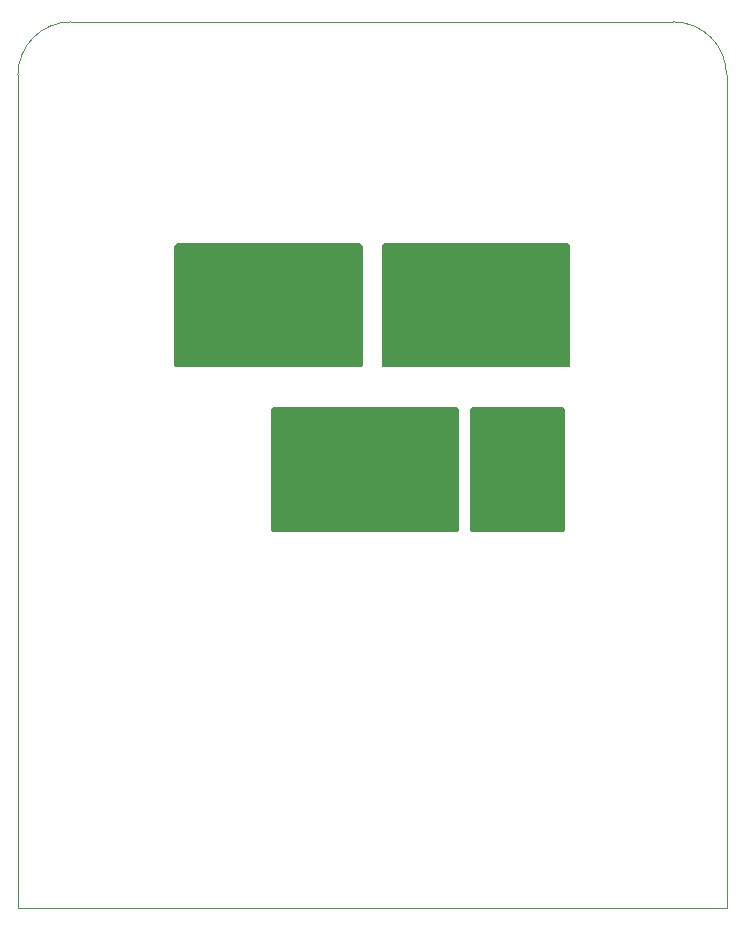
<source format=gbr>
%TF.GenerationSoftware,Altium Limited,Altium Designer,20.1.8 (145)*%
G04 Layer_Color=0*
%FSLAX44Y44*%
%MOMM*%
%TF.SameCoordinates,3BEBD2D3-E5B3-4009-AA71-14EFD01F195C*%
%TF.FilePolarity,Positive*%
%TF.FileFunction,Profile,NP*%
%TF.Part,Single*%
G01*
G75*
%TA.AperFunction,Profile*%
%ADD155C,0.0254*%
G36*
X-85750Y-129000D02*
Y-29000D01*
Y-28503D01*
X-85369Y-27584D01*
X-84666Y-26881D01*
X-83747Y-26500D01*
X-83250D01*
D01*
X71250D01*
X71747D01*
X72666Y-26881D01*
X73369Y-27584D01*
X73750Y-28503D01*
Y-29000D01*
D01*
Y-129000D01*
Y-129497D01*
X73369Y-130416D01*
X72666Y-131119D01*
X71747Y-131500D01*
X71250D01*
D01*
X-83250D01*
X-83747D01*
X-84666Y-131119D01*
X-85369Y-130416D01*
X-85750Y-129497D01*
Y-129000D01*
D01*
D02*
G37*
G36*
X82500Y-129000D02*
Y-129497D01*
X82881Y-130416D01*
X83584Y-131119D01*
X84503Y-131500D01*
X85000D01*
D01*
X161000D01*
X161497D01*
X162416Y-131119D01*
X163119Y-130416D01*
X163500Y-129497D01*
Y-129000D01*
D01*
Y-29000D01*
Y-28503D01*
X163119Y-27584D01*
X162416Y-26881D01*
X161497Y-26500D01*
X161000D01*
D01*
X85000D01*
X84503D01*
X83584Y-26881D01*
X82881Y-27584D01*
X82500Y-28503D01*
Y-29000D01*
D01*
Y-129000D01*
D02*
G37*
G36*
X10500Y7500D02*
X10003D01*
X9084Y7881D01*
X8381Y8584D01*
X8000Y9503D01*
Y10000D01*
D01*
Y110000D01*
Y110497D01*
X8381Y111416D01*
X9084Y112119D01*
X10003Y112500D01*
X10500D01*
D01*
X165000D01*
X165497D01*
X166416Y112119D01*
X167119Y111416D01*
X167500Y110497D01*
Y110000D01*
D01*
Y10000D01*
Y9503D01*
X167119Y8584D01*
X166416Y7881D01*
X165497Y7500D01*
X165000D01*
D01*
X10500D01*
D02*
G37*
G36*
X-167500Y10000D02*
Y110000D01*
Y110497D01*
X-167119Y111416D01*
X-166416Y112119D01*
X-165497Y112500D01*
X-165000D01*
D01*
X-10500D01*
X-10003D01*
X-9084Y112119D01*
X-8381Y111416D01*
X-8000Y110497D01*
Y110000D01*
D01*
Y10000D01*
Y9503D01*
X-8381Y8584D01*
X-9084Y7881D01*
X-10003Y7500D01*
X-10500D01*
D01*
X-165000D01*
X-165497D01*
X-166416Y7881D01*
X-167119Y8584D01*
X-167500Y9503D01*
Y10000D01*
D01*
D02*
G37*
G36*
X82500Y-129000D02*
Y-129497D01*
X82881Y-130416D01*
X83584Y-131119D01*
X84503Y-131500D01*
X85000D01*
D01*
X161000D01*
X161497D01*
X162416Y-131119D01*
X163119Y-130416D01*
X163500Y-129497D01*
Y-129000D01*
D01*
Y-29000D01*
Y-28503D01*
X163119Y-27584D01*
X162416Y-26881D01*
X161497Y-26500D01*
X161000D01*
D01*
X85000D01*
X84503D01*
X83584Y-26881D01*
X82881Y-27584D01*
X82500Y-28503D01*
Y-29000D01*
D01*
Y-129000D01*
D02*
G37*
G36*
X10500Y7500D02*
X10003D01*
X9084Y7881D01*
X8381Y8584D01*
X8000Y9503D01*
Y10000D01*
D01*
Y110000D01*
Y110497D01*
X8381Y111416D01*
X9084Y112119D01*
X10003Y112500D01*
X10500D01*
D01*
X165000D01*
X165497D01*
X166416Y112119D01*
X167119Y111416D01*
X167500Y110497D01*
Y110000D01*
D01*
Y10000D01*
Y9503D01*
X167119Y8584D01*
X166416Y7881D01*
X165497Y7500D01*
X165000D01*
D01*
X10500D01*
D02*
G37*
G36*
X-167500Y10000D02*
Y110000D01*
Y110497D01*
X-167119Y111416D01*
X-166416Y112119D01*
X-165497Y112500D01*
X-165000D01*
D01*
X-10500D01*
X-10003D01*
X-9084Y112119D01*
X-8381Y111416D01*
X-8000Y110497D01*
Y110000D01*
D01*
Y10000D01*
Y9503D01*
X-8381Y8584D01*
X-9084Y7881D01*
X-10003Y7500D01*
X-10500D01*
D01*
X-165000D01*
X-165497D01*
X-166416Y7881D01*
X-167119Y8584D01*
X-167500Y9503D01*
Y10000D01*
D01*
D02*
G37*
G36*
X10500Y7500D02*
X10003D01*
X9084Y7881D01*
X8381Y8584D01*
X8000Y9503D01*
Y10000D01*
D01*
Y110000D01*
Y110497D01*
X8381Y111416D01*
X9084Y112119D01*
X10003Y112500D01*
X10500D01*
D01*
X165000D01*
X165497D01*
X166416Y112119D01*
X167119Y111416D01*
X167500Y110497D01*
Y110000D01*
D01*
Y10000D01*
Y9503D01*
X167119Y8584D01*
X166416Y7881D01*
X165497Y7500D01*
X165000D01*
D01*
X10500D01*
D02*
G37*
G36*
X-167500Y10000D02*
Y110000D01*
Y110497D01*
X-167119Y111416D01*
X-166416Y112119D01*
X-165497Y112500D01*
X-165000D01*
D01*
X-10500D01*
X-10003D01*
X-9084Y112119D01*
X-8381Y111416D01*
X-8000Y110497D01*
Y110000D01*
D01*
Y10000D01*
Y9503D01*
X-8381Y8584D01*
X-9084Y7881D01*
X-10003Y7500D01*
X-10500D01*
D01*
X-165000D01*
X-165497D01*
X-166416Y7881D01*
X-167119Y8584D01*
X-167500Y9503D01*
Y10000D01*
D01*
D02*
G37*
D155*
X-300000Y-450000D02*
X300000D01*
Y255000D01*
D02*
G03*
X255000Y300000I-45000J0D01*
G01*
X-255000D01*
D02*
G03*
X-300000Y255000I0J-45000D01*
G01*
Y-450000D01*
%TF.MD5,a25d4a7bf2e99c76746aa56edf2cb50f*%
M02*

</source>
